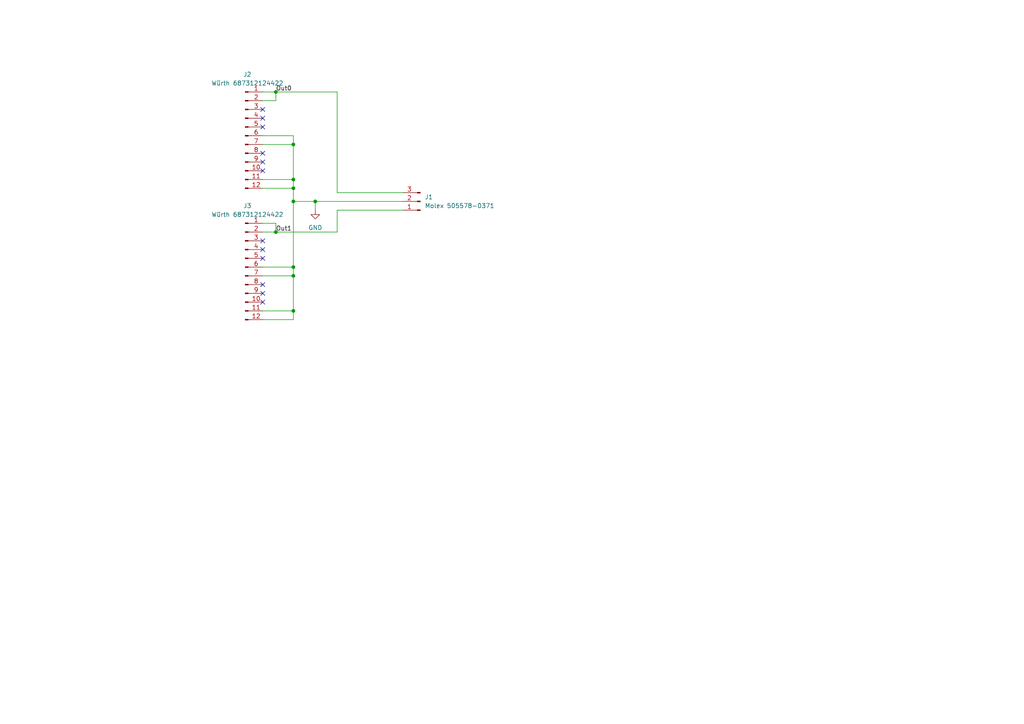
<source format=kicad_sch>
(kicad_sch (version 20250114) (generator "eeschema") (generator_version "9.0")
  (paper "A4")
  (lib_symbols
    (symbol "Connector:Conn_01x03_Pin" (pin_names (offset 1.016) (hide yes))
      (property "Reference" "J" (at 0 5.08 0))
      (property "Value" "Conn_01x03_Pin" (at 0 -5.08 0))
      (symbol "Conn_01x03_Pin_1_1"
        (rectangle (start 0.8636 2.667) (end 0 2.413) (stroke (width 0.1524)) (fill (type outline)))
        (rectangle (start 0.8636 0.127) (end 0 -0.127) (stroke (width 0.1524)) (fill (type outline)))
        (rectangle (start 0.8636 -2.413) (end 0 -2.667) (stroke (width 0.1524)) (fill (type outline)))
        (polyline (pts (xy 1.27 2.54) (xy 0.8636 2.54)) (stroke (width 0.1524)))
        (polyline (pts (xy 1.27 0) (xy 0.8636 0)) (stroke (width 0.1524)))
        (polyline (pts (xy 1.27 -2.54) (xy 0.8636 -2.54)) (stroke (width 0.1524)))
        (pin passive line (at 5.08 2.54 180) (length 3.81) (name "Pin_1") (number "1"))
        (pin passive line (at 5.08 0 180) (length 3.81) (name "Pin_2") (number "2"))
        (pin passive line (at 5.08 -2.54 180) (length 3.81) (name "Pin_3") (number "3"))
      )
    )
    (symbol "Connector:Conn_01x12_Pin" (pin_names (offset 1.016) (hide yes))
      (property "Reference" "J" (at 0 15.24 0))
      (property "Value" "Conn_01x12_Pin" (at 0 -17.78 0))
      (symbol "Conn_01x12_Pin_1_1"
        (rectangle (start 0.8636 12.827) (end 0 12.573) (stroke (width 0.1524)) (fill (type outline)))
        (rectangle (start 0.8636 10.287) (end 0 10.033) (stroke (width 0.1524)) (fill (type outline)))
        (rectangle (start 0.8636 7.747) (end 0 7.493) (stroke (width 0.1524)) (fill (type outline)))
        (rectangle (start 0.8636 5.207) (end 0 4.953) (stroke (width 0.1524)) (fill (type outline)))
        (rectangle (start 0.8636 2.667) (end 0 2.413) (stroke (width 0.1524)) (fill (type outline)))
        (rectangle (start 0.8636 0.127) (end 0 -0.127) (stroke (width 0.1524)) (fill (type outline)))
        (rectangle (start 0.8636 -2.413) (end 0 -2.667) (stroke (width 0.1524)) (fill (type outline)))
        (rectangle (start 0.8636 -4.953) (end 0 -5.207) (stroke (width 0.1524)) (fill (type outline)))
        (rectangle (start 0.8636 -7.493) (end 0 -7.747) (stroke (width 0.1524)) (fill (type outline)))
        (rectangle (start 0.8636 -10.033) (end 0 -10.287) (stroke (width 0.1524)) (fill (type outline)))
        (rectangle (start 0.8636 -12.573) (end 0 -12.827) (stroke (width 0.1524)) (fill (type outline)))
        (rectangle (start 0.8636 -15.113) (end 0 -15.367) (stroke (width 0.1524)) (fill (type outline)))
        (polyline (pts (xy 1.27 12.7) (xy 0.8636 12.7)) (stroke (width 0.1524)))
        (polyline (pts (xy 1.27 10.16) (xy 0.8636 10.16)) (stroke (width 0.1524)))
        (polyline (pts (xy 1.27 7.62) (xy 0.8636 7.62)) (stroke (width 0.1524)))
        (polyline (pts (xy 1.27 5.08) (xy 0.8636 5.08)) (stroke (width 0.1524)))
        (polyline (pts (xy 1.27 2.54) (xy 0.8636 2.54)) (stroke (width 0.1524)))
        (polyline (pts (xy 1.27 0) (xy 0.8636 0)) (stroke (width 0.1524)))
        (polyline (pts (xy 1.27 -2.54) (xy 0.8636 -2.54)) (stroke (width 0.1524)))
        (polyline (pts (xy 1.27 -5.08) (xy 0.8636 -5.08)) (stroke (width 0.1524)))
        (polyline (pts (xy 1.27 -7.62) (xy 0.8636 -7.62)) (stroke (width 0.1524)))
        (polyline (pts (xy 1.27 -10.16) (xy 0.8636 -10.16)) (stroke (width 0.1524)))
        (polyline (pts (xy 1.27 -12.7) (xy 0.8636 -12.7)) (stroke (width 0.1524)))
        (polyline (pts (xy 1.27 -15.24) (xy 0.8636 -15.24)) (stroke (width 0.1524)))
        (pin passive line (at 5.08 12.7 180) (length 3.81) (name "Pin_1") (number "1"))
        (pin passive line (at 5.08 10.16 180) (length 3.81) (name "Pin_2") (number "2"))
        (pin passive line (at 5.08 7.62 180) (length 3.81) (name "Pin_3") (number "3"))
        (pin passive line (at 5.08 5.08 180) (length 3.81) (name "Pin_4") (number "4"))
        (pin passive line (at 5.08 2.54 180) (length 3.81) (name "Pin_5") (number "5"))
        (pin passive line (at 5.08 0 180) (length 3.81) (name "Pin_6") (number "6"))
        (pin passive line (at 5.08 -2.54 180) (length 3.81) (name "Pin_7") (number "7"))
        (pin passive line (at 5.08 -5.08 180) (length 3.81) (name "Pin_8") (number "8"))
        (pin passive line (at 5.08 -7.62 180) (length 3.81) (name "Pin_9") (number "9"))
        (pin passive line (at 5.08 -10.16 180) (length 3.81) (name "Pin_10") (number "10"))
        (pin passive line (at 5.08 -12.7 180) (length 3.81) (name "Pin_11") (number "11"))
        (pin passive line (at 5.08 -15.24 180) (length 3.81) (name "Pin_12") (number "12"))
      )
    )
    (symbol "power:GND" (power) (pin_numbers (hide yes)) (pin_names (offset 0) (hide yes))
      (property "Value" "GND" (at 0 -3.81 0))
      (symbol "GND_0_1"
        (polyline (pts (xy 0 0) (xy 0 -1.27) (xy 1.27 -1.27) (xy 0 -2.54) (xy -1.27 -1.27) (xy 0 -1.27)))
      )
      (symbol "GND_1_1"
        (pin power_in line (at 0 0 270) (length 0) (name "~") (number "1"))
      )
    )
  )
  (junction (at 80.01 26.67))
  (junction (at 85.09 77.47))
  (junction (at 85.09 54.61))
  (junction (at 85.09 52.07))
  (junction (at 85.09 41.91))
  (junction (at 91.44 58.42))
  (junction (at 80.01 67.31))
  (junction (at 85.09 80.01))
  (junction (at 85.09 90.17))
  (junction (at 85.09 58.42))
  (no_connect (at 76.2 69.85))
  (no_connect (at 76.2 74.93))
  (no_connect (at 76.2 72.39))
  (no_connect (at 76.2 34.29))
  (no_connect (at 76.2 49.53))
  (no_connect (at 76.2 85.09))
  (no_connect (at 76.2 82.55))
  (no_connect (at 76.2 87.63))
  (no_connect (at 76.2 31.75))
  (no_connect (at 76.2 46.99))
  (no_connect (at 76.2 44.45))
  (no_connect (at 76.2 36.83))
  (wire (pts (xy 85.09 41.91) (xy 85.09 52.07)))
  (wire (pts (xy 76.2 64.77) (xy 80.01 64.77)))
  (wire (pts (xy 76.2 29.21) (xy 80.01 29.21)))
  (wire (pts (xy 116.84 60.96) (xy 97.79 60.96)))
  (wire (pts (xy 80.01 26.67) (xy 97.79 26.67)))
  (wire (pts (xy 76.2 54.61) (xy 85.09 54.61)))
  (wire (pts (xy 76.2 41.91) (xy 85.09 41.91)))
  (wire (pts (xy 97.79 60.96) (xy 97.79 67.31)))
  (wire (pts (xy 85.09 77.47) (xy 85.09 80.01)))
  (wire (pts (xy 116.84 55.88) (xy 97.79 55.88)))
  (wire (pts (xy 76.2 77.47) (xy 85.09 77.47)))
  (wire (pts (xy 85.09 90.17) (xy 85.09 92.71)))
  (wire (pts (xy 85.09 54.61) (xy 85.09 58.42)))
  (wire (pts (xy 85.09 39.37) (xy 85.09 41.91)))
  (wire (pts (xy 97.79 67.31) (xy 80.01 67.31)))
  (wire (pts (xy 76.2 39.37) (xy 85.09 39.37)))
  (wire (pts (xy 76.2 26.67) (xy 80.01 26.67)))
  (wire (pts (xy 85.09 58.42) (xy 85.09 77.47)))
  (wire (pts (xy 85.09 58.42) (xy 91.44 58.42)))
  (wire (pts (xy 85.09 80.01) (xy 85.09 90.17)))
  (wire (pts (xy 91.44 58.42) (xy 116.84 58.42)))
  (wire (pts (xy 97.79 55.88) (xy 97.79 26.67)))
  (wire (pts (xy 91.44 58.42) (xy 91.44 60.96)))
  (wire (pts (xy 80.01 64.77) (xy 80.01 67.31)))
  (wire (pts (xy 76.2 90.17) (xy 85.09 90.17)))
  (wire (pts (xy 80.01 26.67) (xy 80.01 29.21)))
  (wire (pts (xy 76.2 67.31) (xy 80.01 67.31)))
  (wire (pts (xy 76.2 92.71) (xy 85.09 92.71)))
  (wire (pts (xy 76.2 80.01) (xy 85.09 80.01)))
  (wire (pts (xy 76.2 52.07) (xy 85.09 52.07)))
  (wire (pts (xy 85.09 52.07) (xy 85.09 54.61)))
  (label "Out0" (at 80.01 26.67 0))
  (label "Out1" (at 80.01 67.31 0))
  (symbol (lib_id "Connector:Conn_01x03_Pin") (at 121.92 58.42 180) (unit 1)
    (property "Reference" "J1" (at 123.19 57.1499 0) (effects (justify right)))
    (property "Value" "Molex 505578-0371" (at 123.19 59.6899 0) (effects (justify right)))
    (property "Footprint" "Molex_own:505578-0371" (effects (hide yes)))
    (property "Description" "Generic connector, single row, 01x03, script generated" (effects (hide yes)))
  )
  (symbol (lib_id "power:GND") (at 91.44 60.96 0) (unit 1)
    (property "Reference" "#PWR01" (effects (hide yes)))
    (property "Value" "GND" (at 91.44 66.04 0))
    (property "Description" "Power symbol creates a global label with name \"GND\" , ground" (effects (hide yes)))
  )
  (symbol (lib_id "Connector:Conn_01x12_Pin") (at 71.12 39.37 0) (unit 1)
    (property "Reference" "J2" (at 71.755 21.59 0))
    (property "Value" "Würth 687312124422" (at 71.755 24.13 0))
    (property "Footprint" "Altium_WR-FPC (rev22c):687312124422" (effects (hide yes)))
    (property "Description" "Generic connector, single row, 01x12, script generated" (effects (hide yes)))
  )
  (symbol (lib_id "Connector:Conn_01x12_Pin") (at 71.12 77.47 0) (unit 1)
    (property "Reference" "J3" (at 71.755 59.69 0))
    (property "Value" "Würth 687312124422" (at 71.755 62.23 0))
    (property "Footprint" "Altium_WR-FPC (rev22c):687312124422" (effects (hide yes)))
    (property "Description" "Generic connector, single row, 01x12, script generated" (effects (hide yes)))
  )
)
</source>
